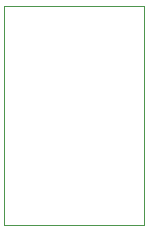
<source format=gbr>
G04 #@! TF.FileFunction,Other,User*
%FSLAX46Y46*%
G04 Gerber Fmt 4.6, Leading zero omitted, Abs format (unit mm)*
G04 Created by KiCad (PCBNEW 4.0.5+dfsg1-4) date Thu Oct 18 11:42:42 2018*
%MOMM*%
%LPD*%
G01*
G04 APERTURE LIST*
%ADD10C,0.100000*%
%ADD11C,0.050000*%
G04 APERTURE END LIST*
D10*
D11*
X115208000Y-130966000D02*
X115208000Y-112366000D01*
X127108000Y-130966000D02*
X127108000Y-112366000D01*
X115208000Y-130966000D02*
X127108000Y-130966000D01*
X115208000Y-112366000D02*
X127108000Y-112366000D01*
M02*

</source>
